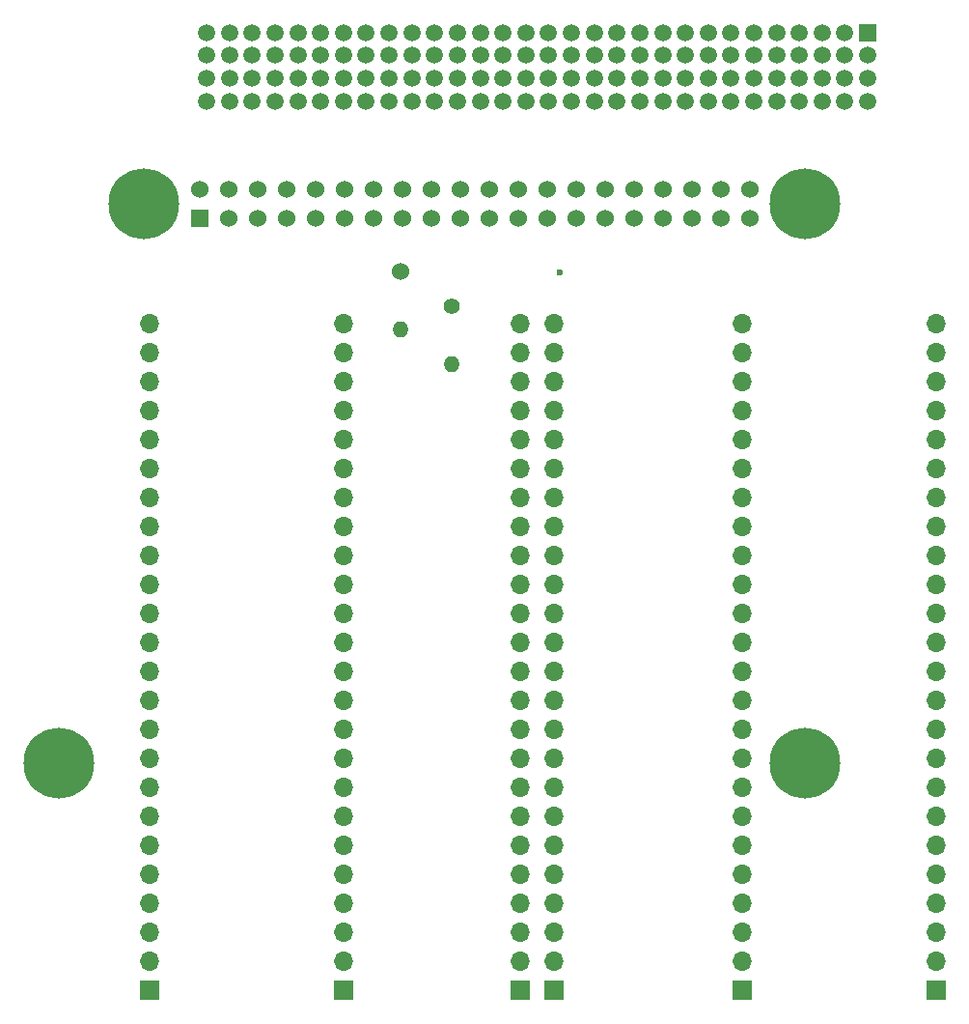
<source format=gbr>
%TF.GenerationSoftware,KiCad,Pcbnew,8.0.0*%
%TF.CreationDate,2025-01-10T02:25:12+02:00*%
%TF.ProjectId,diplomna_2024_pcb_layout,6469706c-6f6d-46e6-915f-323032345f70,rev?*%
%TF.SameCoordinates,Original*%
%TF.FileFunction,Copper,L4,Bot*%
%TF.FilePolarity,Positive*%
%FSLAX46Y46*%
G04 Gerber Fmt 4.6, Leading zero omitted, Abs format (unit mm)*
G04 Created by KiCad (PCBNEW 8.0.0) date 2025-01-10 02:25:12*
%MOMM*%
%LPD*%
G01*
G04 APERTURE LIST*
%TA.AperFunction,ComponentPad*%
%ADD10R,1.700000X1.700000*%
%TD*%
%TA.AperFunction,ComponentPad*%
%ADD11O,1.700000X1.700000*%
%TD*%
%TA.AperFunction,ComponentPad*%
%ADD12C,6.200000*%
%TD*%
%TA.AperFunction,ComponentPad*%
%ADD13R,1.524000X1.524000*%
%TD*%
%TA.AperFunction,ComponentPad*%
%ADD14C,1.524000*%
%TD*%
%TA.AperFunction,ComponentPad*%
%ADD15R,1.500000X1.500000*%
%TD*%
%TA.AperFunction,ComponentPad*%
%ADD16C,1.500000*%
%TD*%
%TA.AperFunction,ComponentPad*%
%ADD17O,1.400000X1.400000*%
%TD*%
%TA.AperFunction,ComponentPad*%
%ADD18C,1.400000*%
%TD*%
%TA.AperFunction,ViaPad*%
%ADD19C,0.600000*%
%TD*%
G04 APERTURE END LIST*
D10*
%TO.P,REF\u002A\u002A,1*%
%TO.N,I/O*%
X186000000Y-138400000D03*
D11*
%TO.P,REF\u002A\u002A,2*%
X186000000Y-135860000D03*
%TO.P,REF\u002A\u002A,3*%
X186000000Y-133320000D03*
%TO.P,REF\u002A\u002A,4*%
X186000000Y-130780000D03*
%TO.P,REF\u002A\u002A,5*%
X186000000Y-128240000D03*
%TO.P,REF\u002A\u002A,6*%
X186000000Y-125700000D03*
%TO.P,REF\u002A\u002A,7*%
X186000000Y-123160000D03*
%TO.P,REF\u002A\u002A,8*%
%TO.N,N/C*%
X186000000Y-120620000D03*
%TO.P,REF\u002A\u002A,9*%
%TO.N,CS*%
X186000000Y-118080000D03*
%TO.P,REF\u002A\u002A,10*%
X186000000Y-115540000D03*
%TO.P,REF\u002A\u002A,11*%
X186000000Y-113000000D03*
%TO.P,REF\u002A\u002A,12*%
X186000000Y-110460000D03*
%TO.P,REF\u002A\u002A,13*%
X186000000Y-107920000D03*
%TO.P,REF\u002A\u002A,14*%
%TO.N,N/C*%
X186000000Y-105380000D03*
%TO.P,REF\u002A\u002A,15*%
%TO.N,analog*%
X186000000Y-102840000D03*
%TO.P,REF\u002A\u002A,16*%
X186000000Y-100300000D03*
%TO.P,REF\u002A\u002A,17*%
%TO.N,CS*%
X186000000Y-97760000D03*
%TO.P,REF\u002A\u002A,18*%
%TO.N,miso*%
X186000000Y-95220000D03*
%TO.P,REF\u002A\u002A,19*%
%TO.N,mosi*%
X186000000Y-92680000D03*
%TO.P,REF\u002A\u002A,20*%
%TO.N,scl*%
X186000000Y-90140000D03*
%TO.P,REF\u002A\u002A,21*%
%TO.N,N/C*%
X186000000Y-87600000D03*
%TO.P,REF\u002A\u002A,22*%
%TO.N,sda_i2c*%
X186000000Y-85060000D03*
%TO.P,REF\u002A\u002A,23*%
%TO.N,scl_i2c*%
X186000000Y-82520000D03*
%TO.P,REF\u002A\u002A,24*%
%TO.N,VDD*%
X186000000Y-79980000D03*
%TD*%
D12*
%TO.P,,S4*%
%TO.N,GND*%
X161000000Y-118500000D03*
%TD*%
D13*
%TO.P,REF\u002A\u002A,1*%
%TO.N,3.3v*%
X173370000Y-70770000D03*
D14*
%TO.P,REF\u002A\u002A,2*%
%TO.N,VDD*%
X173370000Y-68230000D03*
%TO.P,REF\u002A\u002A,3*%
%TO.N,sda_i2c*%
X175910000Y-70770000D03*
%TO.P,REF\u002A\u002A,4*%
%TO.N,VDD*%
X175910000Y-68230000D03*
%TO.P,REF\u002A\u002A,5*%
%TO.N,scl_i2c*%
X178450000Y-70770000D03*
%TO.P,REF\u002A\u002A,6*%
%TO.N,GND*%
X178450000Y-68230000D03*
%TO.P,REF\u002A\u002A,7*%
%TO.N,N/C*%
X180990000Y-70770000D03*
%TO.P,REF\u002A\u002A,8*%
%TO.N,tx*%
X180990000Y-68230000D03*
%TO.P,REF\u002A\u002A,9*%
%TO.N,GND*%
X183530000Y-70770000D03*
%TO.P,REF\u002A\u002A,10*%
%TO.N,rx*%
X183530000Y-68230000D03*
%TO.P,REF\u002A\u002A,11*%
%TO.N,N/C*%
X186070000Y-70770000D03*
%TO.P,REF\u002A\u002A,12*%
X186070000Y-68230000D03*
%TO.P,REF\u002A\u002A,13*%
X188610000Y-70770000D03*
%TO.P,REF\u002A\u002A,14*%
%TO.N,GND*%
X188610000Y-68230000D03*
%TO.P,REF\u002A\u002A,15*%
%TO.N,N/C*%
X191150000Y-70770000D03*
%TO.P,REF\u002A\u002A,16*%
%TO.N,I/O*%
X191150000Y-68230000D03*
%TO.P,REF\u002A\u002A,17*%
%TO.N,N/C*%
X193690000Y-70770000D03*
%TO.P,REF\u002A\u002A,18*%
%TO.N,I/O*%
X193690000Y-68230000D03*
%TO.P,REF\u002A\u002A,19*%
%TO.N,mosi*%
X196230000Y-70770000D03*
%TO.P,REF\u002A\u002A,20*%
%TO.N,GND*%
X196230000Y-68230000D03*
%TO.P,REF\u002A\u002A,21*%
%TO.N,miso*%
X198770000Y-70770000D03*
%TO.P,REF\u002A\u002A,22*%
%TO.N,I/O*%
X198770000Y-68230000D03*
%TO.P,REF\u002A\u002A,23*%
%TO.N,scl*%
X201310000Y-70770000D03*
%TO.P,REF\u002A\u002A,24*%
%TO.N,I/O*%
X201310000Y-68230000D03*
%TO.P,REF\u002A\u002A,25*%
%TO.N,GND*%
X203850000Y-70770000D03*
%TO.P,REF\u002A\u002A,26*%
%TO.N,I/O*%
X203850000Y-68230000D03*
%TO.P,REF\u002A\u002A,27*%
%TO.N,N/C*%
X206390000Y-70770000D03*
%TO.P,REF\u002A\u002A,28*%
%TO.N,I/O*%
X206390000Y-68230000D03*
%TO.P,REF\u002A\u002A,29*%
%TO.N,N/C*%
X208930000Y-70770000D03*
%TO.P,REF\u002A\u002A,30*%
%TO.N,GND*%
X208930000Y-68230000D03*
%TO.P,REF\u002A\u002A,31*%
%TO.N,N/C*%
X211470000Y-70770000D03*
%TO.P,REF\u002A\u002A,32*%
X211470000Y-68230000D03*
%TO.P,REF\u002A\u002A,33*%
X214010000Y-70770000D03*
%TO.P,REF\u002A\u002A,34*%
%TO.N,GND*%
X214010000Y-68230000D03*
%TO.P,REF\u002A\u002A,35*%
%TO.N,N/C*%
X216550000Y-70770000D03*
%TO.P,REF\u002A\u002A,36*%
%TO.N,I/O*%
X216550000Y-68230000D03*
%TO.P,REF\u002A\u002A,37*%
%TO.N,N/C*%
X219090000Y-70770000D03*
%TO.P,REF\u002A\u002A,38*%
%TO.N,I/O*%
X219090000Y-68230000D03*
%TO.P,REF\u002A\u002A,39*%
%TO.N,GND*%
X221630000Y-70770000D03*
%TO.P,REF\u002A\u002A,40*%
%TO.N,I/O*%
X221630000Y-68230000D03*
D12*
%TO.P,REF\u002A\u002A,S1*%
%TO.N,GND*%
X168500000Y-69500000D03*
%TO.P,REF\u002A\u002A,S2*%
X226500000Y-69500000D03*
%TO.P,REF\u002A\u002A,S3*%
X226500000Y-118500000D03*
%TD*%
D10*
%TO.P,REF\u002A\u002A,1*%
%TO.N,N/C*%
X238000000Y-138400000D03*
D11*
%TO.P,REF\u002A\u002A,2*%
X238000000Y-135860000D03*
%TO.P,REF\u002A\u002A,3*%
X238000000Y-133320000D03*
%TO.P,REF\u002A\u002A,4*%
X238000000Y-130780000D03*
%TO.P,REF\u002A\u002A,5*%
X238000000Y-128240000D03*
%TO.P,REF\u002A\u002A,6*%
X238000000Y-125700000D03*
%TO.P,REF\u002A\u002A,7*%
X238000000Y-123160000D03*
%TO.P,REF\u002A\u002A,8*%
X238000000Y-120620000D03*
%TO.P,REF\u002A\u002A,9*%
X238000000Y-118080000D03*
%TO.P,REF\u002A\u002A,10*%
X238000000Y-115540000D03*
%TO.P,REF\u002A\u002A,11*%
X238000000Y-113000000D03*
%TO.P,REF\u002A\u002A,12*%
X238000000Y-110460000D03*
%TO.P,REF\u002A\u002A,13*%
X238000000Y-107920000D03*
%TO.P,REF\u002A\u002A,14*%
X238000000Y-105380000D03*
%TO.P,REF\u002A\u002A,15*%
X238000000Y-102840000D03*
%TO.P,REF\u002A\u002A,16*%
X238000000Y-100300000D03*
%TO.P,REF\u002A\u002A,17*%
X238000000Y-97760000D03*
%TO.P,REF\u002A\u002A,18*%
X238000000Y-95220000D03*
%TO.P,REF\u002A\u002A,19*%
X238000000Y-92680000D03*
%TO.P,REF\u002A\u002A,20*%
X238000000Y-90140000D03*
%TO.P,REF\u002A\u002A,21*%
X238000000Y-87600000D03*
%TO.P,REF\u002A\u002A,22*%
X238000000Y-85060000D03*
%TO.P,REF\u002A\u002A,23*%
X238000000Y-82520000D03*
%TO.P,REF\u002A\u002A,24*%
%TO.N,VDD*%
X238000000Y-79980000D03*
%TD*%
D10*
%TO.P,REF\u002A\u002A,1*%
%TO.N,I/O*%
X204500000Y-138400000D03*
D11*
%TO.P,REF\u002A\u002A,2*%
X204500000Y-135860000D03*
%TO.P,REF\u002A\u002A,3*%
X204500000Y-133320000D03*
%TO.P,REF\u002A\u002A,4*%
X204500000Y-130780000D03*
%TO.P,REF\u002A\u002A,5*%
X204500000Y-128240000D03*
%TO.P,REF\u002A\u002A,6*%
X204500000Y-125700000D03*
%TO.P,REF\u002A\u002A,7*%
X204500000Y-123160000D03*
%TO.P,REF\u002A\u002A,8*%
%TO.N,N/C*%
X204500000Y-120620000D03*
%TO.P,REF\u002A\u002A,9*%
%TO.N,CS*%
X204500000Y-118080000D03*
%TO.P,REF\u002A\u002A,10*%
X204500000Y-115540000D03*
%TO.P,REF\u002A\u002A,11*%
X204500000Y-113000000D03*
%TO.P,REF\u002A\u002A,12*%
X204500000Y-110460000D03*
%TO.P,REF\u002A\u002A,13*%
X204500000Y-107920000D03*
%TO.P,REF\u002A\u002A,14*%
%TO.N,N/C*%
X204500000Y-105380000D03*
%TO.P,REF\u002A\u002A,15*%
%TO.N,analog*%
X204500000Y-102840000D03*
%TO.P,REF\u002A\u002A,16*%
X204500000Y-100300000D03*
%TO.P,REF\u002A\u002A,17*%
%TO.N,N/C*%
X204500000Y-97760000D03*
%TO.P,REF\u002A\u002A,18*%
%TO.N,miso*%
X204500000Y-95220000D03*
%TO.P,REF\u002A\u002A,19*%
%TO.N,mosi*%
X204500000Y-92680000D03*
%TO.P,REF\u002A\u002A,20*%
%TO.N,scl*%
X204500000Y-90140000D03*
%TO.P,REF\u002A\u002A,21*%
%TO.N,N/C*%
X204500000Y-87600000D03*
%TO.P,REF\u002A\u002A,22*%
%TO.N,sda_i2c*%
X204500000Y-85060000D03*
%TO.P,REF\u002A\u002A,23*%
%TO.N,scl_i2c*%
X204500000Y-82520000D03*
%TO.P,REF\u002A\u002A,24*%
%TO.N,N/C*%
X204500000Y-79980000D03*
%TD*%
D10*
%TO.P,REF\u002A\u002A,1*%
%TO.N,I/O*%
X201500000Y-138400000D03*
D11*
%TO.P,REF\u002A\u002A,2*%
X201500000Y-135860000D03*
%TO.P,REF\u002A\u002A,3*%
X201500000Y-133320000D03*
%TO.P,REF\u002A\u002A,4*%
X201500000Y-130780000D03*
%TO.P,REF\u002A\u002A,5*%
X201500000Y-128240000D03*
%TO.P,REF\u002A\u002A,6*%
X201500000Y-125700000D03*
%TO.P,REF\u002A\u002A,7*%
X201500000Y-123160000D03*
%TO.P,REF\u002A\u002A,8*%
%TO.N,N/C*%
X201500000Y-120620000D03*
%TO.P,REF\u002A\u002A,9*%
%TO.N,CS*%
X201500000Y-118080000D03*
%TO.P,REF\u002A\u002A,10*%
X201500000Y-115540000D03*
%TO.P,REF\u002A\u002A,11*%
X201500000Y-113000000D03*
%TO.P,REF\u002A\u002A,12*%
X201500000Y-110460000D03*
%TO.P,REF\u002A\u002A,13*%
X201500000Y-107920000D03*
%TO.P,REF\u002A\u002A,14*%
%TO.N,N/C*%
X201500000Y-105380000D03*
%TO.P,REF\u002A\u002A,15*%
%TO.N,analog*%
X201500000Y-102840000D03*
%TO.P,REF\u002A\u002A,16*%
X201500000Y-100300000D03*
%TO.P,REF\u002A\u002A,17*%
%TO.N,N/C*%
X201500000Y-97760000D03*
%TO.P,REF\u002A\u002A,18*%
%TO.N,miso*%
X201500000Y-95220000D03*
%TO.P,REF\u002A\u002A,19*%
%TO.N,mosi*%
X201500000Y-92680000D03*
%TO.P,REF\u002A\u002A,20*%
%TO.N,scl*%
X201500000Y-90140000D03*
%TO.P,REF\u002A\u002A,21*%
%TO.N,N/C*%
X201500000Y-87600000D03*
%TO.P,REF\u002A\u002A,22*%
%TO.N,sda_i2c*%
X201500000Y-85060000D03*
%TO.P,REF\u002A\u002A,23*%
%TO.N,scl_i2c*%
X201500000Y-82520000D03*
%TO.P,REF\u002A\u002A,24*%
%TO.N,N/C*%
X201500000Y-79980000D03*
%TD*%
D10*
%TO.P,REF\u002A\u002A,1*%
%TO.N,N/C*%
X169000000Y-138400000D03*
D11*
%TO.P,REF\u002A\u002A,2*%
X169000000Y-135860000D03*
%TO.P,REF\u002A\u002A,3*%
X169000000Y-133320000D03*
%TO.P,REF\u002A\u002A,4*%
X169000000Y-130780000D03*
%TO.P,REF\u002A\u002A,5*%
X169000000Y-128240000D03*
%TO.P,REF\u002A\u002A,6*%
X169000000Y-125700000D03*
%TO.P,REF\u002A\u002A,7*%
X169000000Y-123160000D03*
%TO.P,REF\u002A\u002A,8*%
X169000000Y-120620000D03*
%TO.P,REF\u002A\u002A,9*%
X169000000Y-118080000D03*
%TO.P,REF\u002A\u002A,10*%
X169000000Y-115540000D03*
%TO.P,REF\u002A\u002A,11*%
X169000000Y-113000000D03*
%TO.P,REF\u002A\u002A,12*%
X169000000Y-110460000D03*
%TO.P,REF\u002A\u002A,13*%
X169000000Y-107920000D03*
%TO.P,REF\u002A\u002A,14*%
X169000000Y-105380000D03*
%TO.P,REF\u002A\u002A,15*%
X169000000Y-102840000D03*
%TO.P,REF\u002A\u002A,16*%
X169000000Y-100300000D03*
%TO.P,REF\u002A\u002A,17*%
X169000000Y-97760000D03*
%TO.P,REF\u002A\u002A,18*%
X169000000Y-95220000D03*
%TO.P,REF\u002A\u002A,19*%
X169000000Y-92680000D03*
%TO.P,REF\u002A\u002A,20*%
X169000000Y-90140000D03*
%TO.P,REF\u002A\u002A,21*%
X169000000Y-87600000D03*
%TO.P,REF\u002A\u002A,22*%
X169000000Y-85060000D03*
%TO.P,REF\u002A\u002A,23*%
X169000000Y-82520000D03*
%TO.P,REF\u002A\u002A,24*%
%TO.N,GND*%
X169000000Y-79980000D03*
%TD*%
D15*
%TO.P,J\u002A\u002A,1*%
%TO.N,N/C*%
X232000000Y-54500000D03*
D16*
%TO.P,J\u002A\u002A,2*%
X230000000Y-54500000D03*
%TO.P,J\u002A\u002A,3*%
X228000000Y-54500000D03*
%TO.P,J\u002A\u002A,4*%
X226000000Y-54500000D03*
%TO.P,J\u002A\u002A,5*%
X224000000Y-54500000D03*
%TO.P,J\u002A\u002A,6*%
X222000000Y-54500000D03*
%TO.P,J\u002A\u002A,7*%
X220000000Y-54500000D03*
%TO.P,J\u002A\u002A,8*%
X218000000Y-54500000D03*
%TO.P,J\u002A\u002A,9*%
X216000000Y-54500000D03*
%TO.P,J\u002A\u002A,10*%
X214000000Y-54500000D03*
%TO.P,J\u002A\u002A,11*%
X212000000Y-54500000D03*
%TO.P,J\u002A\u002A,12*%
X210000000Y-54500000D03*
%TO.P,J\u002A\u002A,13*%
X208000000Y-54500000D03*
%TO.P,J\u002A\u002A,14*%
X206000000Y-54500000D03*
%TO.P,J\u002A\u002A,15*%
X204000000Y-54500000D03*
%TO.P,J\u002A\u002A,16*%
X202000000Y-54500000D03*
%TO.P,J\u002A\u002A,17*%
X200000000Y-54500000D03*
%TO.P,J\u002A\u002A,18*%
X198000000Y-54500000D03*
%TO.P,J\u002A\u002A,19*%
X196000000Y-54500000D03*
%TO.P,J\u002A\u002A,20*%
X194000000Y-54500000D03*
%TO.P,J\u002A\u002A,21*%
X192000000Y-54500000D03*
%TO.P,J\u002A\u002A,22*%
X190000000Y-54500000D03*
%TO.P,J\u002A\u002A,23*%
X188000000Y-54500000D03*
%TO.P,J\u002A\u002A,24*%
X186000000Y-54500000D03*
%TO.P,J\u002A\u002A,25*%
X184000000Y-54500000D03*
%TO.P,J\u002A\u002A,26*%
X182000000Y-54500000D03*
%TO.P,J\u002A\u002A,27*%
X180000000Y-54500000D03*
%TO.P,J\u002A\u002A,28*%
X178000000Y-54500000D03*
%TO.P,J\u002A\u002A,29*%
X176000000Y-54500000D03*
%TO.P,J\u002A\u002A,30*%
%TO.N,GND*%
X174000000Y-54500000D03*
%TO.P,J\u002A\u002A,31*%
%TO.N,N/C*%
X232000000Y-56500000D03*
%TO.P,J\u002A\u002A,32*%
X230000000Y-56500000D03*
%TO.P,J\u002A\u002A,33*%
X228000000Y-56500000D03*
%TO.P,J\u002A\u002A,34*%
X226000000Y-56500000D03*
%TO.P,J\u002A\u002A,35*%
X224000000Y-56500000D03*
%TO.P,J\u002A\u002A,36*%
X222000000Y-56500000D03*
%TO.P,J\u002A\u002A,37*%
X220000000Y-56500000D03*
%TO.P,J\u002A\u002A,38*%
X218000000Y-56500000D03*
%TO.P,J\u002A\u002A,39*%
X216000000Y-56500000D03*
%TO.P,J\u002A\u002A,40*%
X214000000Y-56500000D03*
%TO.P,J\u002A\u002A,41*%
X212000000Y-56500000D03*
%TO.P,J\u002A\u002A,42*%
X210000000Y-56500000D03*
%TO.P,J\u002A\u002A,43*%
X208000000Y-56500000D03*
%TO.P,J\u002A\u002A,44*%
X206000000Y-56500000D03*
%TO.P,J\u002A\u002A,45*%
X204000000Y-56500000D03*
%TO.P,J\u002A\u002A,46*%
X202000000Y-56500000D03*
%TO.P,J\u002A\u002A,47*%
X200000000Y-56500000D03*
%TO.P,J\u002A\u002A,48*%
X198000000Y-56500000D03*
%TO.P,J\u002A\u002A,49*%
X196000000Y-56500000D03*
%TO.P,J\u002A\u002A,50*%
X194000000Y-56500000D03*
%TO.P,J\u002A\u002A,51*%
X192000000Y-56500000D03*
%TO.P,J\u002A\u002A,52*%
X190000000Y-56500000D03*
%TO.P,J\u002A\u002A,53*%
X188000000Y-56500000D03*
%TO.P,J\u002A\u002A,54*%
X186000000Y-56500000D03*
%TO.P,J\u002A\u002A,55*%
X184000000Y-56500000D03*
%TO.P,J\u002A\u002A,56*%
X182000000Y-56500000D03*
%TO.P,J\u002A\u002A,57*%
X180000000Y-56500000D03*
%TO.P,J\u002A\u002A,58*%
X178000000Y-56500000D03*
%TO.P,J\u002A\u002A,59*%
X176000000Y-56500000D03*
%TO.P,J\u002A\u002A,60*%
%TO.N,3.3v*%
X174000000Y-56500000D03*
%TO.P,J\u002A\u002A,61*%
%TO.N,N/C*%
X232000000Y-58500000D03*
%TO.P,J\u002A\u002A,62*%
X230000000Y-58500000D03*
%TO.P,J\u002A\u002A,63*%
X228000000Y-58500000D03*
%TO.P,J\u002A\u002A,64*%
X226000000Y-58500000D03*
%TO.P,J\u002A\u002A,65*%
X224000000Y-58500000D03*
%TO.P,J\u002A\u002A,66*%
X222000000Y-58500000D03*
%TO.P,J\u002A\u002A,67*%
X220000000Y-58500000D03*
%TO.P,J\u002A\u002A,68*%
X218000000Y-58500000D03*
%TO.P,J\u002A\u002A,69*%
X216000000Y-58500000D03*
%TO.P,J\u002A\u002A,70*%
X214000000Y-58500000D03*
%TO.P,J\u002A\u002A,71*%
X212000000Y-58500000D03*
%TO.P,J\u002A\u002A,72*%
X210000000Y-58500000D03*
%TO.P,J\u002A\u002A,73*%
X208000000Y-58500000D03*
%TO.P,J\u002A\u002A,74*%
X206000000Y-58500000D03*
%TO.P,J\u002A\u002A,75*%
X204000000Y-58500000D03*
%TO.P,J\u002A\u002A,76*%
X202000000Y-58500000D03*
%TO.P,J\u002A\u002A,77*%
X200000000Y-58500000D03*
%TO.P,J\u002A\u002A,78*%
X198000000Y-58500000D03*
%TO.P,J\u002A\u002A,79*%
X196000000Y-58500000D03*
%TO.P,J\u002A\u002A,80*%
X194000000Y-58500000D03*
%TO.P,J\u002A\u002A,81*%
X192000000Y-58500000D03*
%TO.P,J\u002A\u002A,82*%
X190000000Y-58500000D03*
%TO.P,J\u002A\u002A,83*%
X188000000Y-58500000D03*
%TO.P,J\u002A\u002A,84*%
X186000000Y-58500000D03*
%TO.P,J\u002A\u002A,85*%
X184000000Y-58500000D03*
%TO.P,J\u002A\u002A,86*%
X182000000Y-58500000D03*
%TO.P,J\u002A\u002A,87*%
X180000000Y-58500000D03*
%TO.P,J\u002A\u002A,88*%
X178000000Y-58500000D03*
%TO.P,J\u002A\u002A,89*%
X176000000Y-58500000D03*
%TO.P,J\u002A\u002A,90*%
%TO.N,VDD*%
X174000000Y-58500000D03*
%TO.P,J\u002A\u002A,91*%
%TO.N,N/C*%
X232000000Y-60500000D03*
%TO.P,J\u002A\u002A,92*%
X230000000Y-60500000D03*
%TO.P,J\u002A\u002A,93*%
X228000000Y-60500000D03*
%TO.P,J\u002A\u002A,94*%
X226000000Y-60500000D03*
%TO.P,J\u002A\u002A,95*%
X224000000Y-60500000D03*
%TO.P,J\u002A\u002A,96*%
X222000000Y-60500000D03*
%TO.P,J\u002A\u002A,97*%
X220000000Y-60500000D03*
%TO.P,J\u002A\u002A,98*%
X218000000Y-60500000D03*
%TO.P,J\u002A\u002A,99*%
X216000000Y-60500000D03*
%TO.P,J\u002A\u002A,100*%
%TO.N,I/O*%
X214000000Y-60500000D03*
%TO.P,J\u002A\u002A,101*%
X212000000Y-60500000D03*
%TO.P,J\u002A\u002A,102*%
X210000000Y-60500000D03*
%TO.P,J\u002A\u002A,103*%
%TO.N,N/C*%
X208000000Y-60500000D03*
%TO.P,J\u002A\u002A,104*%
X206000000Y-60500000D03*
%TO.P,J\u002A\u002A,105*%
X204000000Y-60500000D03*
%TO.P,J\u002A\u002A,106*%
X202000000Y-60500000D03*
%TO.P,J\u002A\u002A,107*%
%TO.N,I/O*%
X200000000Y-60500000D03*
%TO.P,J\u002A\u002A,108*%
X198000000Y-60500000D03*
%TO.P,J\u002A\u002A,109*%
X196000000Y-60500000D03*
%TO.P,J\u002A\u002A,110*%
X194000000Y-60500000D03*
%TO.P,J\u002A\u002A,111*%
X192000000Y-60500000D03*
%TO.P,J\u002A\u002A,112*%
X190000000Y-60500000D03*
%TO.P,J\u002A\u002A,113*%
%TO.N,N/C*%
X188000000Y-60500000D03*
%TO.P,J\u002A\u002A,114*%
%TO.N,rx*%
X186000000Y-60500000D03*
%TO.P,J\u002A\u002A,115*%
%TO.N,tx*%
X184000000Y-60500000D03*
%TO.P,J\u002A\u002A,116*%
%TO.N,N/C*%
X182000000Y-60500000D03*
%TO.P,J\u002A\u002A,117*%
%TO.N,scl_i2c*%
X180000000Y-60500000D03*
%TO.P,J\u002A\u002A,118*%
%TO.N,sda_i2c*%
X178000000Y-60500000D03*
%TO.P,J\u002A\u002A,119*%
%TO.N,N/C*%
X176000000Y-60500000D03*
%TO.P,J\u002A\u002A,120*%
%TO.N,VDD*%
X174000000Y-60500000D03*
%TD*%
D14*
%TO.P,REF\u002A\u002A,1*%
%TO.N,VDD*%
X191000000Y-75460000D03*
D17*
%TO.P,REF\u002A\u002A,2*%
%TO.N,scl_i2c*%
X191000000Y-80540000D03*
%TD*%
D18*
%TO.P,REF\u002A\u002A,1*%
%TO.N,VDD*%
X195500000Y-78460000D03*
D17*
%TO.P,REF\u002A\u002A,3*%
%TO.N,sda_i2c*%
X195500000Y-83540000D03*
%TD*%
D10*
%TO.P,REF\u002A\u002A,1*%
%TO.N,I/O*%
X221000000Y-138400000D03*
D11*
%TO.P,REF\u002A\u002A,2*%
X221000000Y-135860000D03*
%TO.P,REF\u002A\u002A,3*%
X221000000Y-133320000D03*
%TO.P,REF\u002A\u002A,4*%
X221000000Y-130780000D03*
%TO.P,REF\u002A\u002A,5*%
X221000000Y-128240000D03*
%TO.P,REF\u002A\u002A,6*%
X221000000Y-125700000D03*
%TO.P,REF\u002A\u002A,7*%
X221000000Y-123160000D03*
%TO.P,REF\u002A\u002A,8*%
%TO.N,N/C*%
X221000000Y-120620000D03*
%TO.P,REF\u002A\u002A,9*%
%TO.N,CS*%
X221000000Y-118080000D03*
%TO.P,REF\u002A\u002A,10*%
X221000000Y-115540000D03*
%TO.P,REF\u002A\u002A,11*%
X221000000Y-113000000D03*
%TO.P,REF\u002A\u002A,12*%
X221000000Y-110460000D03*
%TO.P,REF\u002A\u002A,13*%
X221000000Y-107920000D03*
%TO.P,REF\u002A\u002A,14*%
%TO.N,N/C*%
X221000000Y-105380000D03*
%TO.P,REF\u002A\u002A,15*%
%TO.N,analog*%
X221000000Y-102840000D03*
%TO.P,REF\u002A\u002A,16*%
X221000000Y-100300000D03*
%TO.P,REF\u002A\u002A,17*%
%TO.N,CS*%
X221000000Y-97760000D03*
%TO.P,REF\u002A\u002A,18*%
%TO.N,miso*%
X221000000Y-95220000D03*
%TO.P,REF\u002A\u002A,19*%
%TO.N,mosi*%
X221000000Y-92680000D03*
%TO.P,REF\u002A\u002A,20*%
%TO.N,scl*%
X221000000Y-90140000D03*
%TO.P,REF\u002A\u002A,21*%
%TO.N,N/C*%
X221000000Y-87600000D03*
%TO.P,REF\u002A\u002A,22*%
%TO.N,sda_i2c*%
X221000000Y-85060000D03*
%TO.P,REF\u002A\u002A,23*%
%TO.N,scl_i2c*%
X221000000Y-82520000D03*
%TO.P,REF\u002A\u002A,24*%
%TO.N,GND*%
X221000000Y-79980000D03*
%TD*%
D19*
%TO.N,scl*%
X205000000Y-75500000D03*
%TD*%
M02*

</source>
